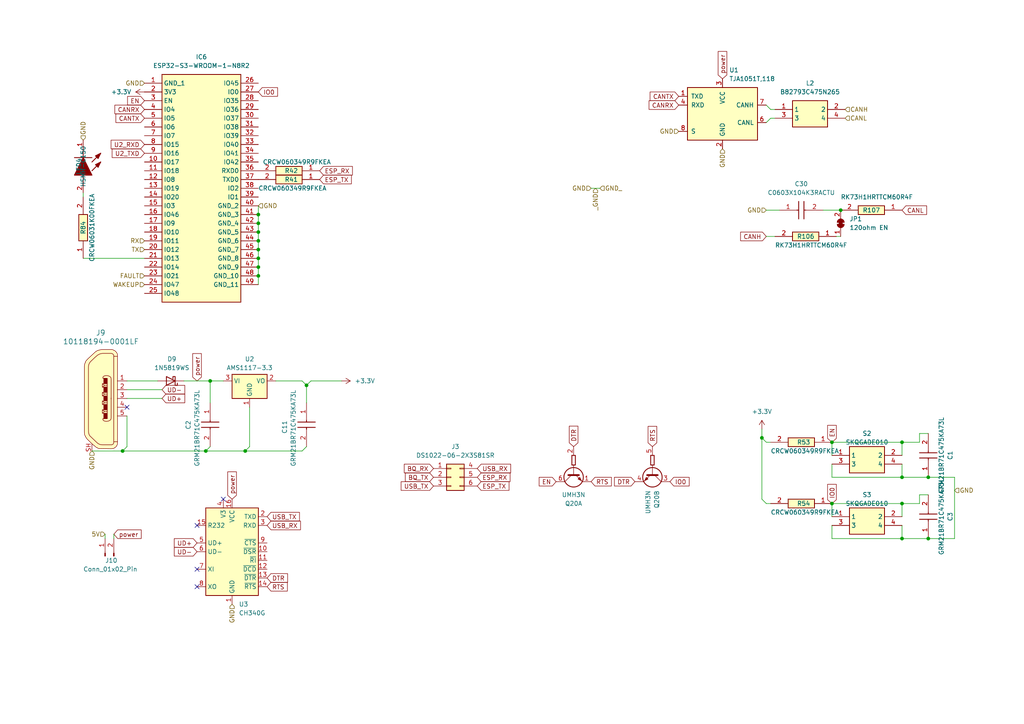
<source format=kicad_sch>
(kicad_sch (version 20230121) (generator eeschema)
  (paper "A4")
  (lib_symbols
    (symbol "Library:10118194-0001LF" (pin_names (offset 1.016))
      (property "Reference" "J" (at -4.445 15.24 0))
      (property "Value" "10118194-0001LF" (at -6.35 -7.62 90))
      (symbol "10118194-0001LF_0_1"
        (polyline (pts (xy 3.7846 12.2428) (xy 3.7846 -12.5476)))
        (polyline (pts (xy 0.4826 -4.2926) (xy 0.4826 -3.2766) (xy 1.8796 -3.2766) (xy 1.8796 -4.2926) (xy 0.4826 -4.2926) (xy 1.1176 -3.7846) (xy 0.4826 -3.2766) (xy 1.8796 -3.2766) (xy 1.8796 -3.7846) (xy 1.1176 -3.7846)))
        (polyline (pts (xy 0.4826 -1.7526) (xy 0.4826 -0.7366) (xy 1.8796 -0.7366) (xy 1.8796 -1.7526) (xy 0.4826 -1.7526) (xy 1.1176 -1.2446) (xy 0.4826 -0.7366) (xy 1.8796 -0.7366) (xy 1.8796 -1.2446) (xy 1.1176 -1.2446)))
        (polyline (pts (xy 0.4826 1.7526) (xy 0.4826 0.7366) (xy 1.8796 0.7366) (xy 1.8796 1.7526) (xy 0.4826 1.7526) (xy 1.1176 1.2446) (xy 0.4826 0.7366) (xy 1.8796 0.7366) (xy 1.8796 1.2446) (xy 1.1176 1.2446)))
        (polyline (pts (xy 0.4826 4.2926) (xy 0.4826 3.2766) (xy 1.8796 3.2766) (xy 1.8796 4.2926) (xy 0.4826 4.2926) (xy 1.1176 3.7846) (xy 0.4826 3.2766) (xy 1.8796 3.2766) (xy 1.8796 3.7846) (xy 1.1176 3.7846)))
        (polyline (pts (xy 1.905 -0.0254) (xy 1.905 5.842) (xy 0.635 5.842) (xy 0.635 6.1468) (xy 0.8128 6.4262) (xy 1.1938 6.5786) (xy 1.651 6.6294) (xy 2.2606 6.5532) (xy 2.7178 6.3246) (xy 2.9464 6.0706) (xy 3.0226 5.6388) (xy 3.0226 4.8006) (xy 3.0226 -0.127)))
        (polyline (pts (xy 1.905 0.0254) (xy 1.905 -5.842) (xy 0.635 -5.842) (xy 0.635 -6.1468) (xy 0.8128 -6.4262) (xy 1.1938 -6.5786) (xy 1.651 -6.6294) (xy 2.2606 -6.5532) (xy 2.7178 -6.3246) (xy 2.9464 -6.0706) (xy 3.0226 -5.6388) (xy 3.0226 -4.8006) (xy 3.0226 0.127)))
        (polyline (pts (xy 4.8514 -12.5476) (xy 3.8354 -12.5476) (xy 3.7846 -12.5476) (xy 3.7846 -12.9032) (xy 3.6068 -13.2334) (xy 3.429 -13.3604) (xy 3.2258 -13.4366) (xy 0.4572 -13.4366) (xy 0.0508 -13.4112) (xy -0.3302 -13.3096) (xy -0.6604 -13.1318) (xy -0.9906 -12.9032) (xy -3.1496 -10.8458) (xy -3.4036 -10.3886) (xy -3.5306 -9.779) (xy -3.556 -8.636) (xy -3.556 9.2202) (xy -3.5306 9.4234) (xy -3.4544 9.8298) (xy -3.302 10.1854) (xy -3.0226 10.6172) (xy -1.7526 11.8364) (xy -0.8636 12.5984) (xy -0.3302 12.8778) (xy 0.0762 13.0048) (xy 0.6096 13.081) (xy 3.0734 13.081) (xy 3.3274 13.0048) (xy 3.5814 12.8524) (xy 3.7846 12.5222) (xy 3.7846 12.2174) (xy 4.8514 12.2174)))
        (polyline (pts (xy 4.8514 -11.4808) (xy 4.8514 -12.8016) (xy 4.7752 -13.4366) (xy 4.572 -13.8684) (xy 4.0386 -14.3256) (xy 3.5814 -14.5288) (xy 3.0988 -14.605) (xy -0.2794 -14.5542) (xy -0.7112 -14.4526) (xy -1.2446 -14.1986) (xy -2.2098 -13.4366) (xy -3.556 -12.1412) (xy -4.0132 -11.6586) (xy -4.3688 -11.1506) (xy -4.6228 -10.5918) (xy -4.7498 -9.7536) (xy -4.7498 9.3726) (xy -4.5974 10.0838) (xy -4.4704 10.4648) (xy -4.2164 10.9728) (xy -3.6068 11.6078) (xy -1.4478 13.589) (xy -0.9652 13.8684) (xy -0.5588 14.0208) (xy 0.0762 14.1224) (xy 0.5588 14.1732) (xy 3.2766 14.1732) (xy 3.7592 14.0208) (xy 4.2164 13.7414) (xy 4.445 13.5128) (xy 4.699 13.1572) (xy 4.826 12.8524) (xy 4.8514 12.446) (xy 4.8514 -11.5062)) (fill (type background)))
        (rectangle (start 0.889 -4.318) (end 1.905 -5.842) (fill (type outline)))
        (rectangle (start 0.889 -3.302) (end 1.905 -1.778) (fill (type outline)))
        (rectangle (start 0.889 -0.635) (end 1.905 0.381) (fill (type outline)))
        (rectangle (start 0.889 0.635) (end 1.905 -0.381) (fill (type outline)))
        (rectangle (start 0.889 3.302) (end 1.905 1.778) (fill (type outline)))
        (rectangle (start 0.889 4.318) (end 1.905 5.842) (fill (type outline)))
      )
      (symbol "10118194-0001LF_1_1"
        (pin passive line (at 7.62 5.08 180) (length 2.794) (name "~") (number "1"))
        (pin passive line (at 7.62 2.54 180) (length 2.794) (name "~") (number "2"))
        (pin passive line (at 7.62 0 180) (length 2.794) (name "~") (number "3"))
        (pin passive line (at 7.62 -2.54 180) (length 2.794) (name "~") (number "4"))
        (pin passive line (at 7.62 -5.08 180) (length 2.794) (name "~") (number "5"))
        (pin passive line (at -2.54 -15.24 90) (length 2.032) (name "~") (number "SH"))
      )
    )
    (symbol "Library:1N5819WS" (pin_numbers hide) (pin_names (offset 1.016) hide)
      (property "Reference" "D" (at 0 2.54 0))
      (property "Value" "1N5819WS" (at 0 -2.54 0))
      (symbol "1N5819WS_0_1"
        (polyline (pts (xy 1.27 0) (xy -1.27 0)))
        (polyline (pts (xy 1.27 1.27) (xy 1.27 -1.27) (xy -1.27 0) (xy 1.27 1.27)) (stroke (width 0.254)))
        (polyline (pts (xy -1.905 0.635) (xy -1.905 1.27) (xy -1.27 1.27) (xy -1.27 -1.27) (xy -0.635 -1.27) (xy -0.635 -0.635)) (stroke (width 0.254)))
      )
      (symbol "1N5819WS_1_1"
        (pin passive line (at -3.81 0 0) (length 2.54) (name "K") (number "1"))
        (pin passive line (at 3.81 0 180) (length 2.54) (name "A") (number "2"))
      )
    )
    (symbol "Library:AMS1117-3.3"
      (property "Reference" "U" (at -3.81 3.175 0))
      (property "Value" "AMS1117-3.3" (at 0 3.175 0))
      (symbol "AMS1117-3.3_0_1"
        (rectangle (start -5.08 -5.08) (end 5.08 1.905) (stroke (width 0.254)) (fill (type background)))
      )
      (symbol "AMS1117-3.3_1_1"
        (pin power_in line (at 0 -7.62 90) (length 2.54) (name "GND") (number "1"))
        (pin power_out line (at 7.62 0 180) (length 2.54) (name "VO") (number "2"))
        (pin power_in line (at -7.62 0 0) (length 2.54) (name "VI") (number "3"))
      )
    )
    (symbol "Library:B82793C475N265"
      (property "Reference" "L" (at 16.51 7.62 0))
      (property "Value" "B82793C475N265" (at 16.51 5.08 0))
      (symbol "B82793C475N265_1_1"
        (rectangle (start 5.08 2.54) (end 15.24 -5.08) (stroke (width 0.254)) (fill (type background)))
        (pin passive line (at 0 0 0) (length 5.08) (name "1") (number "1"))
        (pin passive line (at 20.32 0 180) (length 5.08) (name "2") (number "2"))
        (pin passive line (at 0 -2.54 0) (length 5.08) (name "3") (number "3"))
        (pin passive line (at 20.32 -2.54 180) (length 5.08) (name "4") (number "4"))
      )
    )
    (symbol "Library:C0603X104K3RACTU" (pin_names hide)
      (property "Reference" "C" (at 8.89 6.35 0))
      (property "Value" "C0603X104K3RACTU" (at 8.89 3.81 0))
      (symbol "C0603X104K3RACTU_1_1"
        (polyline (pts (xy 5.08 0) (xy 5.588 0)) (stroke (width 0.254)))
        (polyline (pts (xy 5.588 2.54) (xy 5.588 -2.54)) (stroke (width 0.254)))
        (polyline (pts (xy 7.112 0) (xy 7.62 0)) (stroke (width 0.254)))
        (polyline (pts (xy 7.112 2.54) (xy 7.112 -2.54)) (stroke (width 0.254)))
        (pin passive line (at 0 0 0) (length 5.08) (name "1") (number "1"))
        (pin passive line (at 12.7 0 180) (length 5.08) (name "2") (number "2"))
      )
    )
    (symbol "Library:CH340G"
      (property "Reference" "U" (at -5.08 13.97 0))
      (property "Value" "CH340G" (at 1.27 13.97 0))
      (symbol "CH340G_0_1"
        (rectangle (start -7.62 12.7) (end 7.62 -12.7) (stroke (width 0.254)) (fill (type background)))
      )
      (symbol "CH340G_1_1"
        (pin power_in line (at 0 -15.24 90) (length 2.54) (name "GND") (number "1"))
        (pin input line (at 10.16 0 180) (length 2.54) (name "~{DSR}") (number "10"))
        (pin input line (at 10.16 -2.54 180) (length 2.54) (name "~{RI}") (number "11"))
        (pin input line (at 10.16 -5.08 180) (length 2.54) (name "~{DCD}") (number "12"))
        (pin output line (at 10.16 -7.62 180) (length 2.54) (name "~{DTR}") (number "13"))
        (pin output line (at 10.16 -10.16 180) (length 2.54) (name "~{RTS}") (number "14"))
        (pin input line (at -10.16 7.62 0) (length 2.54) (name "R232") (number "15"))
        (pin power_in line (at 0 15.24 270) (length 2.54) (name "VCC") (number "16"))
        (pin output line (at 10.16 10.16 180) (length 2.54) (name "TXD") (number "2"))
        (pin input line (at 10.16 7.62 180) (length 2.54) (name "RXD") (number "3"))
        (pin passive line (at -2.54 15.24 270) (length 2.54) (name "V3") (number "4"))
        (pin bidirectional line (at -10.16 2.54 0) (length 2.54) (name "UD+") (number "5"))
        (pin bidirectional line (at -10.16 0 0) (length 2.54) (name "UD-") (number "6"))
        (pin input line (at -10.16 -5.08 0) (length 2.54) (name "XI") (number "7"))
        (pin output line (at -10.16 -10.16 0) (length 2.54) (name "XO") (number "8"))
        (pin input line (at 10.16 2.54 180) (length 2.54) (name "~{CTS}") (number "9"))
      )
    )
    (symbol "Library:CRCW06031K00FKEA" (pin_names hide)
      (property "Reference" "R" (at 13.97 6.35 0))
      (property "Value" "CRCW06031K00FKEA" (at 13.97 3.81 0))
      (symbol "CRCW06031K00FKEA_1_1"
        (rectangle (start 5.08 1.27) (end 12.7 -1.27) (stroke (width 0.254)) (fill (type background)))
        (pin passive line (at 0 0 0) (length 5.08) (name "1") (number "1"))
        (pin passive line (at 17.78 0 180) (length 5.08) (name "2") (number "2"))
      )
    )
    (symbol "Library:CRCW060349R9FKEA" (pin_names hide)
      (property "Reference" "R" (at 13.97 6.35 0))
      (property "Value" "CRCW060349R9FKEA" (at 13.97 3.81 0))
      (symbol "CRCW060349R9FKEA_1_1"
        (rectangle (start 5.08 1.27) (end 12.7 -1.27) (stroke (width 0.254)) (fill (type background)))
        (pin passive line (at 0 0 0) (length 5.08) (name "1") (number "1"))
        (pin passive line (at 17.78 0 180) (length 5.08) (name "2") (number "2"))
      )
    )
    (symbol "Library:Conn_01x02_Pin" (pin_names (offset 1.016) hide)
      (property "Reference" "J" (at 0 2.54 0))
      (property "Value" "Conn_01x02_Pin" (at 0 -5.08 0))
      (symbol "Conn_01x02_Pin_1_1"
        (polyline (pts (xy 1.27 -2.54) (xy 0.8636 -2.54)) (stroke (width 0.1524)))
        (polyline (pts (xy 1.27 0) (xy 0.8636 0)) (stroke (width 0.1524)))
        (rectangle (start 0.8636 -2.413) (end 0 -2.667) (stroke (width 0.1524)) (fill (type outline)))
        (rectangle (start 0.8636 0.127) (end 0 -0.127) (stroke (width 0.1524)) (fill (type outline)))
        (pin passive line (at 5.08 0 180) (length 3.81) (name "Pin_1") (number "1"))
        (pin passive line (at 5.08 -2.54 180) (length 3.81) (name "Pin_2") (number "2"))
      )
    )
    (symbol "Library:Conn_02x03_Top_Bottom" (pin_names (offset 1.016) hide)
      (property "Reference" "J" (at 1.27 5.08 0))
      (property "Value" "Conn_02x03_Top_Bottom" (at 1.27 -5.08 0))
      (symbol "Conn_02x03_Top_Bottom_1_1"
        (rectangle (start -1.27 -2.413) (end 0 -2.667) (stroke (width 0.1524)))
        (rectangle (start -1.27 0.127) (end 0 -0.127) (stroke (width 0.1524)))
        (rectangle (start -1.27 2.667) (end 0 2.413) (stroke (width 0.1524)))
        (rectangle (start -1.27 3.81) (end 3.81 -3.81) (stroke (width 0.254)) (fill (type background)))
        (rectangle (start 3.81 -2.413) (end 2.54 -2.667) (stroke (width 0.1524)))
        (rectangle (start 3.81 0.127) (end 2.54 -0.127) (stroke (width 0.1524)))
        (rectangle (start 3.81 2.667) (end 2.54 2.413) (stroke (width 0.1524)))
        (pin passive line (at -5.08 2.54 0) (length 3.81) (name "Pin_1") (number "1"))
        (pin passive line (at -5.08 0 0) (length 3.81) (name "Pin_2") (number "2"))
        (pin passive line (at -5.08 -2.54 0) (length 3.81) (name "Pin_3") (number "3"))
        (pin passive line (at 7.62 2.54 180) (length 3.81) (name "Pin_4") (number "4"))
        (pin passive line (at 7.62 0 180) (length 3.81) (name "Pin_5") (number "5"))
        (pin passive line (at 7.62 -2.54 180) (length 3.81) (name "Pin_6") (number "6"))
      )
    )
    (symbol "Library:ESP32-S3-WROOM-1-N8R2"
      (property "Reference" "IC" (at 29.21 7.62 0))
      (property "Value" "ESP32-S3-WROOM-1-N8R2" (at 29.21 5.08 0))
      (symbol "ESP32-S3-WROOM-1-N8R2_1_1"
        (rectangle (start 5.08 2.54) (end 27.94 -63.5) (stroke (width 0.254)) (fill (type background)))
        (pin passive line (at 0 0 0) (length 5.08) (name "GND_1") (number "1"))
        (pin passive line (at 0 -22.86 0) (length 5.08) (name "IO17") (number "10"))
        (pin passive line (at 0 -25.4 0) (length 5.08) (name "IO18") (number "11"))
        (pin passive line (at 0 -27.94 0) (length 5.08) (name "IO8") (number "12"))
        (pin passive line (at 0 -30.48 0) (length 5.08) (name "IO19") (number "13"))
        (pin passive line (at 0 -33.02 0) (length 5.08) (name "IO20") (number "14"))
        (pin passive line (at 0 -35.56 0) (length 5.08) (name "IO3") (number "15"))
        (pin passive line (at 0 -38.1 0) (length 5.08) (name "IO46") (number "16"))
        (pin passive line (at 0 -40.64 0) (length 5.08) (name "IO9") (number "17"))
        (pin passive line (at 0 -43.18 0) (length 5.08) (name "IO10") (number "18"))
        (pin passive line (at 0 -45.72 0) (length 5.08) (name "IO11") (number "19"))
        (pin passive line (at 0 -2.54 0) (length 5.08) (name "3V3") (number "2"))
        (pin passive line (at 0 -48.26 0) (length 5.08) (name "IO12") (number "20"))
        (pin passive line (at 0 -50.8 0) (length 5.08) (name "IO13") (number "21"))
        (pin passive line (at 0 -53.34 0) (length 5.08) (name "IO14") (number "22"))
        (pin passive line (at 0 -55.88 0) (length 5.08) (name "IO21") (number "23"))
        (pin passive line (at 0 -58.42 0) (length 5.08) (name "IO47") (number "24"))
        (pin passive line (at 0 -60.96 0) (length 5.08) (name "IO48") (number "25"))
        (pin passive line (at 33.02 0 180) (length 5.08) (name "IO45") (number "26"))
        (pin passive line (at 33.02 -2.54 180) (length 5.08) (name "IO0") (number "27"))
        (pin passive line (at 33.02 -5.08 180) (length 5.08) (name "IO35") (number "28"))
        (pin passive line (at 33.02 -7.62 180) (length 5.08) (name "IO36") (number "29"))
        (pin passive line (at 0 -5.08 0) (length 5.08) (name "EN") (number "3"))
        (pin passive line (at 33.02 -10.16 180) (length 5.08) (name "IO37") (number "30"))
        (pin passive line (at 33.02 -12.7 180) (length 5.08) (name "IO38") (number "31"))
        (pin passive line (at 33.02 -15.24 180) (length 5.08) (name "IO39") (number "32"))
        (pin passive line (at 33.02 -17.78 180) (length 5.08) (name "IO40") (number "33"))
        (pin passive line (at 33.02 -20.32 180) (length 5.08) (name "IO41") (number "34"))
        (pin passive line (at 33.02 -22.86 180) (length 5.08) (name "IO42") (number "35"))
        (pin passive line (at 33.02 -25.4 180) (length 5.08) (name "RXD0") (number "36"))
        (pin passive line (at 33.02 -27.94 180) (length 5.08) (name "TXD0") (number "37"))
        (pin passive line (at 33.02 -30.48 180) (length 5.08) (name "IO2") (number "38"))
        (pin passive line (at 33.02 -33.02 180) (length 5.08) (name "IO1") (number "39"))
        (pin passive line (at 0 -7.62 0) (length 5.08) (name "IO4") (number "4"))
        (pin passive line (at 33.02 -35.56 180) (length 5.08) (name "GND_2") (number "40"))
        (pin passive line (at 33.02 -38.1 180) (length 5.08) (name "GND_3") (number "41"))
        (pin passive line (at 33.02 -40.64 180) (length 5.08) (name "GND_4") (number "42"))
        (pin passive line (at 33.02 -43.18 180) (length 5.08) (name "GND_5") (number "43"))
        (pin passive line (at 33.02 -45.72 180) (length 5.08) (name "GND_6") (number "44"))
        (pin passive line (at 33.02 -48.26 180) (length 5.08) (name "GND_7") (number "45"))
        (pin passive line (at 33.02 -50.8 180) (length 5.08) (name "GND_8") (number "46"))
        (pin passive line (at 33.02 -53.34 180) (length 5.08) (name "GND_9") (number "47"))
        (pin passive line (at 33.02 -55.88 180) (length 5.08) (name "GND_10") (number "48"))
        (pin passive line (at 33.02 -58.42 180) (length 5.08) (name "GND_11") (number "49"))
        (pin passive line (at 0 -10.16 0) (length 5.08) (name "IO5") (number "5"))
        (pin passive line (at 0 -12.7 0) (length 5.08) (name "IO6") (number "6"))
        (pin passive line (at 0 -15.24 0) (length 5.08) (name "IO7") (number "7"))
        (pin passive line (at 0 -17.78 0) (length 5.08) (name "IO15") (number "8"))
        (pin passive line (at 0 -20.32 0) (length 5.08) (name "IO16") (number "9"))
      )
    )
    (symbol "Library:GRM21BR71C475KA73L" (pin_names hide)
      (property "Reference" "C" (at 8.89 6.35 0))
      (property "Value" "GRM21BR71C475KA73L" (at 8.89 3.81 0))
      (symbol "GRM21BR71C475KA73L_1_1"
        (polyline (pts (xy 5.08 0) (xy 5.588 0)) (stroke (width 0.254)))
        (polyline (pts (xy 5.588 2.54) (xy 5.588 -2.54)) (stroke (width 0.254)))
        (polyline (pts (xy 7.112 0) (xy 7.62 0)) (stroke (width 0.254)))
        (polyline (pts (xy 7.112 2.54) (xy 7.112 -2.54)) (stroke (width 0.254)))
        (pin passive line (at 0 0 0) (length 5.08) (name "1") (number "1"))
        (pin passive line (at 12.7 0 180) (length 5.08) (name "2") (number "2"))
      )
    )
    (symbol "Library:HSMH-C150" (pin_names hide)
      (property "Reference" "LED" (at 12.7 8.89 0))
      (property "Value" "HSMH-C150" (at 12.7 6.35 0))
      (symbol "HSMH-C150_1_1"
        (polyline (pts (xy 2.54 0) (xy 5.08 0)) (stroke (width 0.254)))
        (polyline (pts (xy 5.08 2.54) (xy 5.08 -2.54)) (stroke (width 0.254)))
        (polyline (pts (xy 6.35 2.54) (xy 3.81 5.08)) (stroke (width 0.254)))
        (polyline (pts (xy 8.89 2.54) (xy 6.35 5.08)) (stroke (width 0.254)))
        (polyline (pts (xy 10.16 0) (xy 12.7 0)) (stroke (width 0.254)))
        (polyline (pts (xy 5.08 0) (xy 10.16 2.54) (xy 10.16 -2.54) (xy 5.08 0)) (stroke (width 0.254)) (fill (type outline)))
        (polyline (pts (xy 5.334 4.318) (xy 4.572 3.556) (xy 3.81 5.08) (xy 5.334 4.318)) (stroke (width 0.254)) (fill (type outline)))
        (polyline (pts (xy 7.874 4.318) (xy 7.112 3.556) (xy 6.35 5.08) (xy 7.874 4.318)) (stroke (width 0.254)) (fill (type outline)))
        (pin passive line (at 0 0 0) (length 2.54) (name "K") (number "1"))
        (pin passive line (at 15.24 0 180) (length 2.54) (name "A") (number "2"))
      )
    )
    (symbol "Library:SKQGADE010"
      (property "Reference" "S" (at 16.51 7.62 0))
      (property "Value" "SKQGADE010" (at 16.51 5.08 0))
      (symbol "SKQGADE010_1_1"
        (rectangle (start 5.08 2.54) (end 15.24 -5.08) (stroke (width 0.254)) (fill (type background)))
        (pin passive line (at 0 0 0) (length 5.08) (name "1") (number "1"))
        (pin passive line (at 20.32 0 180) (length 5.08) (name "2") (number "2"))
        (pin passive line (at 0 -2.54 0) (length 5.08) (name "3") (number "3"))
        (pin passive line (at 20.32 -2.54 180) (length 5.08) (name "4") (number "4"))
      )
    )
    (symbol "Library:SolderJumper_2_Bridged" (pin_names (offset 0) hide)
      (property "Reference" "JP" (at 0 2.032 0))
      (property "Value" "SolderJumper_2_Bridged" (at 0 -2.54 0))
      (symbol "SolderJumper_2_Bridged_0_1"
        (rectangle (start -0.508 0.508) (end 0.508 -0.508) (fill (type outline)))
        (arc (start -0.254 1.016) (mid -1.2656 0) (end -0.254 -1.016))
        (arc (start -0.254 1.016) (mid -1.2656 0) (end -0.254 -1.016) (fill (type outline)))
        (polyline (pts (xy -0.254 1.016) (xy -0.254 -1.016)))
        (polyline (pts (xy 0.254 1.016) (xy 0.254 -1.016)))
        (arc (start 0.254 -1.016) (mid 1.2656 0) (end 0.254 1.016))
        (arc (start 0.254 -1.016) (mid 1.2656 0) (end 0.254 1.016) (fill (type outline)))
      )
      (symbol "SolderJumper_2_Bridged_1_1"
        (pin passive line (at -3.81 0 0) (length 2.54) (name "A") (number "1"))
        (pin passive line (at 3.81 0 180) (length 2.54) (name "B") (number "2"))
      )
    )
    (symbol "Library:TJA1051T" (pin_names (offset 1.016))
      (property "Reference" "U" (at -10.16 8.89 0))
      (property "Value" "TJA1051T" (at 1.27 8.89 0))
      (symbol "TJA1051T_0_1"
        (rectangle (start -10.16 7.62) (end 10.16 -7.62) (stroke (width 0.254)) (fill (type background)))
      )
      (symbol "TJA1051T_1_1"
        (pin input line (at -12.7 5.08 0) (length 2.54) (name "TXD") (number "1"))
        (pin power_in line (at 0 -10.16 90) (length 2.54) (name "GND") (number "2"))
        (pin power_in line (at 0 10.16 270) (length 2.54) (name "VCC") (number "3"))
        (pin output line (at -12.7 2.54 0) (length 2.54) (name "RXD") (number "4"))
        (pin no_connect line (at -10.16 -2.54 0) (length 2.54) hide (name "NC") (number "5"))
        (pin bidirectional line (at 12.7 -2.54 180) (length 2.54) (name "CANL") (number "6"))
        (pin bidirectional line (at 12.7 2.54 180) (length 2.54) (name "CANH") (number "7"))
        (pin input line (at -12.7 -5.08 0) (length 2.54) (name "S") (number "8"))
      )
    )
    (symbol "Library:UMH3N" (pin_names hide)
      (property "Reference" "Q" (at 7.62 1.27 0))
      (property "Value" "UMH3N" (at 7.62 -1.27 0))
      (symbol "UMH3N_0_1"
        (polyline (pts (xy 3.175 0) (xy 0.254 0)))
        (polyline (pts (xy 3.175 0.635) (xy 5.08 2.54)))
        (polyline (pts (xy 3.175 1.524) (xy 3.175 -1.524)) (stroke (width 0.508)))
        (polyline (pts (xy 3.175 -0.635) (xy 5.08 -2.54) (xy 5.08 -2.54)))
        (polyline (pts (xy 3.81 -1.778) (xy 4.318 -1.27) (xy 4.826 -2.286) (xy 3.81 -1.778) (xy 3.81 -1.778)) (fill (type outline)))
        (rectangle (start 0.254 0.508) (end -2.54 -0.508) (stroke (width 0.254)))
        (circle (center 3.81 0) (radius 2.8194) (stroke (width 0.254)))
      )
      (symbol "UMH3N_1_1"
        (pin passive line (at 5.08 -5.08 90) (length 2.54) (name "E1") (number "1"))
        (pin input line (at -5.08 0 0) (length 2.54) (name "B1") (number "2"))
        (pin passive line (at 5.08 5.08 270) (length 2.54) (name "C1") (number "6"))
      )
      (symbol "UMH3N_2_1"
        (pin passive line (at 5.08 5.08 270) (length 2.54) (name "C2") (number "3"))
        (pin passive line (at 5.08 -5.08 90) (length 2.54) (name "E2") (number "4"))
        (pin input line (at -5.08 0 0) (length 2.54) (name "B2") (number "5"))
      )
    )
    (symbol "power:+3.3V" (power) (pin_names (offset 0))
      (property "Value" "+3.3V" (at 0 3.556 0))
      (symbol "+3.3V_0_1"
        (polyline (pts (xy -0.762 1.27) (xy 0 2.54)))
        (polyline (pts (xy 0 0) (xy 0 2.54)))
        (polyline (pts (xy 0 2.54) (xy 0.762 1.27)))
      )
      (symbol "+3.3V_1_1"
        (pin power_in line (at 0 0 90) (length 0) hide (name "+3.3V") (number "1"))
      )
    )
  )
  (junction (at 241.3 146.05))
  (junction (at 243.84 60.96))
  (junction (at 261.62 138.43))
  (junction (at 261.62 146.05))
  (junction (at 74.93 69.85))
  (junction (at 35.56 130.81))
  (junction (at 269.24 156.21))
  (junction (at 60.96 110.49))
  (junction (at 74.93 62.23))
  (junction (at 261.62 128.27))
  (junction (at 74.93 64.77))
  (junction (at 74.93 67.31))
  (junction (at 74.93 80.01))
  (junction (at 74.93 74.93))
  (junction (at 88.9 111.76))
  (junction (at 74.93 72.39))
  (junction (at 59.69 130.81))
  (junction (at 71.12 130.81))
  (junction (at 241.3 128.27))
  (junction (at 269.24 138.43))
  (junction (at 261.62 156.21))
  (junction (at 220.98 127))
  (junction (at 74.93 77.47))
  (no_connect (at 57.15 152.4))
  (no_connect (at 57.15 170.18))
  (no_connect (at 64.77 144.78))
  (no_connect (at 57.15 165.1))
  (no_connect (at 36.83 118.11))
  (wire (pts (xy 261.62 146.05) (xy 266.7 146.05)))
  (wire (pts (xy 74.93 69.85) (xy 74.93 72.39)))
  (wire (pts (xy 222.25 146.05) (xy 223.52 146.05)))
  (wire (pts (xy 88.9 129.54) (xy 87.63 130.81)))
  (wire (pts (xy 266.7 143.51) (xy 266.7 146.05)))
  (wire (pts (xy 60.96 110.49) (xy 64.77 110.49)))
  (wire (pts (xy 74.93 62.23) (xy 74.93 64.77)))
  (wire (pts (xy 261.62 138.43) (xy 269.24 138.43)))
  (wire (pts (xy 223.52 34.29) (xy 224.79 34.29)))
  (wire (pts (xy 266.7 125.73) (xy 266.7 128.27)))
  (wire (pts (xy 266.7 143.51) (xy 269.24 143.51)))
  (wire (pts (xy 223.52 34.29) (xy 222.25 35.56)))
  (wire (pts (xy 36.83 120.65) (xy 36.83 129.54)))
  (wire (pts (xy 36.83 110.49) (xy 45.72 110.49)))
  (wire (pts (xy 261.62 128.27) (xy 266.7 128.27)))
  (wire (pts (xy 71.12 130.81) (xy 87.63 130.81)))
  (wire (pts (xy 90.17 110.49) (xy 99.06 110.49)))
  (wire (pts (xy 241.3 156.21) (xy 261.62 156.21)))
  (wire (pts (xy 222.25 30.48) (xy 223.52 31.75)))
  (wire (pts (xy 36.83 113.03) (xy 46.99 113.03)))
  (wire (pts (xy 74.93 59.69) (xy 74.93 62.23)))
  (wire (pts (xy 53.34 110.49) (xy 60.96 110.49)))
  (wire (pts (xy 238.76 60.96) (xy 243.84 60.96)))
  (wire (pts (xy 266.7 125.73) (xy 269.24 125.73)))
  (wire (pts (xy 261.62 146.05) (xy 261.62 149.86)))
  (wire (pts (xy 72.39 129.54) (xy 71.12 130.81)))
  (wire (pts (xy 241.3 128.27) (xy 241.3 132.08)))
  (wire (pts (xy 24.13 57.15) (xy 24.13 55.88)))
  (wire (pts (xy 59.69 130.81) (xy 60.96 129.54)))
  (wire (pts (xy 242.57 68.58) (xy 243.84 68.58)))
  (wire (pts (xy 220.98 124.46) (xy 220.98 127)))
  (wire (pts (xy 261.62 128.27) (xy 261.62 132.08)))
  (wire (pts (xy 35.56 130.81) (xy 59.69 130.81)))
  (wire (pts (xy 74.93 77.47) (xy 74.93 80.01)))
  (wire (pts (xy 241.3 138.43) (xy 261.62 138.43)))
  (wire (pts (xy 222.25 128.27) (xy 223.52 128.27)))
  (wire (pts (xy 276.86 138.43) (xy 276.86 156.21)))
  (wire (pts (xy 241.3 128.27) (xy 261.62 128.27)))
  (wire (pts (xy 74.93 64.77) (xy 74.93 67.31)))
  (wire (pts (xy 222.25 60.96) (xy 226.06 60.96)))
  (wire (pts (xy 220.98 127) (xy 220.98 144.78)))
  (wire (pts (xy 72.39 118.11) (xy 72.39 129.54)))
  (wire (pts (xy 74.93 67.31) (xy 74.93 69.85)))
  (wire (pts (xy 241.3 134.62) (xy 241.3 138.43)))
  (wire (pts (xy 30.48 154.94) (xy 30.48 156.21)))
  (wire (pts (xy 241.3 152.4) (xy 241.3 156.21)))
  (wire (pts (xy 222.25 68.58) (xy 224.79 68.58)))
  (wire (pts (xy 36.83 129.54) (xy 35.56 130.81)))
  (wire (pts (xy 88.9 111.76) (xy 90.17 110.49)))
  (wire (pts (xy 173.99 54.61) (xy 171.45 54.61)))
  (wire (pts (xy 223.52 31.75) (xy 224.79 31.75)))
  (wire (pts (xy 26.67 130.81) (xy 35.56 130.81)))
  (wire (pts (xy 269.24 156.21) (xy 276.86 156.21)))
  (wire (pts (xy 220.98 127) (xy 222.25 128.27)))
  (wire (pts (xy 241.3 146.05) (xy 261.62 146.05)))
  (wire (pts (xy 74.93 80.01) (xy 74.93 82.55)))
  (wire (pts (xy 74.93 72.39) (xy 74.93 74.93)))
  (wire (pts (xy 269.24 138.43) (xy 276.86 138.43)))
  (wire (pts (xy 241.3 146.05) (xy 241.3 149.86)))
  (wire (pts (xy 24.13 74.93) (xy 41.91 74.93)))
  (wire (pts (xy 80.01 110.49) (xy 87.63 110.49)))
  (wire (pts (xy 36.83 115.57) (xy 46.99 115.57)))
  (wire (pts (xy 220.98 144.78) (xy 222.25 146.05)))
  (wire (pts (xy 33.02 154.94) (xy 33.02 156.21)))
  (wire (pts (xy 261.62 156.21) (xy 269.24 156.21)))
  (wire (pts (xy 88.9 111.76) (xy 88.9 116.84)))
  (wire (pts (xy 59.69 130.81) (xy 71.12 130.81)))
  (wire (pts (xy 261.62 134.62) (xy 261.62 138.43)))
  (wire (pts (xy 87.63 110.49) (xy 88.9 111.76)))
  (wire (pts (xy 74.93 74.93) (xy 74.93 77.47)))
  (wire (pts (xy 60.96 110.49) (xy 60.96 116.84)))
  (wire (pts (xy 261.62 152.4) (xy 261.62 156.21)))
  (global_label "EN" (shape input) (at 41.91 29.21 180) (property "Intersheetrefs" "${INTERSHEET_REFS}" (effects hide)))
  (global_label "U2_TXD" (shape input) (at 41.91 44.45 180) (property "Intersheetrefs" "${INTERSHEET_REFS}" (effects hide)))
  (global_label "U2_RXD" (shape input) (at 41.91 41.91 180) (property "Intersheetrefs" "${INTERSHEET_REFS}" (effects hide)))
  (global_label "BQ_TX" (shape input) (at 125.73 138.43 180) (property "Intersheetrefs" "${INTERSHEET_REFS}" (effects hide)))
  (global_label "EN" (shape input) (at 161.29 139.7 180) (property "Intersheetrefs" "${INTERSHEET_REFS}" (effects hide)))
  (global_label "ESP_RX" (shape input) (at 138.43 138.43 0) (property "Intersheetrefs" "${INTERSHEET_REFS}" (effects hide)))
  (global_label "UD+" (shape input) (at 46.99 115.57 0) (property "Intersheetrefs" "${INTERSHEET_REFS}" (effects hide)))
  (global_label "CANH" (shape input) (at 222.25 68.58 180) (property "Intersheetrefs" "${INTERSHEET_REFS}" (effects hide)))
  (global_label "UD+" (shape input) (at 57.15 157.48 180) (property "Intersheetrefs" "${INTERSHEET_REFS}" (effects hide)))
  (global_label "power" (shape input) (at 209.55 22.86 90) (property "Intersheetrefs" "${INTERSHEET_REFS}" (effects hide)))
  (global_label "RTS" (shape input) (at 77.47 170.18 0) (property "Intersheetrefs" "${INTERSHEET_REFS}" (effects hide)))
  (global_label "power" (shape input) (at 67.31 144.78 90) (property "Intersheetrefs" "${INTERSHEET_REFS}" (effects hide)))
  (global_label "RTS" (shape input) (at 189.23 129.54 90) (property "Intersheetrefs" "${INTERSHEET_REFS}" (effects hide)))
  (global_label "ESP_TX" (shape input) (at 92.71 52.07 0) (property "Intersheetrefs" "${INTERSHEET_REFS}" (effects hide)))
  (global_label "DTR" (shape input) (at 184.15 139.7 180) (property "Intersheetrefs" "${INTERSHEET_REFS}" (effects hide)))
  (global_label "CANL" (shape input) (at 261.62 60.96 0) (property "Intersheetrefs" "${INTERSHEET_REFS}" (effects hide)))
  (global_label "USB_TX" (shape input) (at 77.47 149.86 0) (property "Intersheetrefs" "${INTERSHEET_REFS}" (effects hide)))
  (global_label "USB_TX" (shape input) (at 125.73 140.97 180) (property "Intersheetrefs" "${INTERSHEET_REFS}" (effects hide)))
  (global_label "DTR" (shape input) (at 166.37 129.54 90) (property "Intersheetrefs" "${INTERSHEET_REFS}" (effects hide)))
  (global_label "IO0" (shape input) (at 241.3 146.05 90) (property "Intersheetrefs" "${INTERSHEET_REFS}" (effects hide)))
  (global_label "CANRX" (shape input) (at 41.91 31.75 180) (property "Intersheetrefs" "${INTERSHEET_REFS}" (effects hide)))
  (global_label "CANTX" (shape input) (at 41.91 34.29 180) (property "Intersheetrefs" "${INTERSHEET_REFS}" (effects hide)))
  (global_label "CANTX" (shape input) (at 196.85 27.94 180) (property "Intersheetrefs" "${INTERSHEET_REFS}" (effects hide)))
  (global_label "EN" (shape input) (at 241.3 128.27 90) (property "Intersheetrefs" "${INTERSHEET_REFS}" (effects hide)))
  (global_label "UD-" (shape input) (at 46.99 113.03 0) (property "Intersheetrefs" "${INTERSHEET_REFS}" (effects hide)))
  (global_label "USB_RX" (shape input) (at 77.47 152.4 0) (property "Intersheetrefs" "${INTERSHEET_REFS}" (effects hide)))
  (global_label "USB_RX" (shape input) (at 138.43 135.89 0) (property "Intersheetrefs" "${INTERSHEET_REFS}" (effects hide)))
  (global_label "UD-" (shape input) (at 57.15 160.02 180) (property "Intersheetrefs" "${INTERSHEET_REFS}" (effects hide)))
  (global_label "ESP_TX" (shape input) (at 138.43 140.97 0) (property "Intersheetrefs" "${INTERSHEET_REFS}" (effects hide)))
  (global_label "power" (shape input) (at 33.02 154.94 0) (property "Intersheetrefs" "${INTERSHEET_REFS}" (effects hide)))
  (global_label "ESP_RX" (shape input) (at 92.71 49.53 0) (property "Intersheetrefs" "${INTERSHEET_REFS}" (effects hide)))
  (global_label "power" (shape input) (at 57.15 110.49 90) (property "Intersheetrefs" "${INTERSHEET_REFS}" (effects hide)))
  (global_label "RTS" (shape input) (at 171.45 139.7 0) (property "Intersheetrefs" "${INTERSHEET_REFS}" (effects hide)))
  (global_label "BQ_RX" (shape input) (at 125.73 135.89 180) (property "Intersheetrefs" "${INTERSHEET_REFS}" (effects hide)))
  (global_label "CANRX" (shape input) (at 196.85 30.48 180) (property "Intersheetrefs" "${INTERSHEET_REFS}" (effects hide)))
  (global_label "IO0" (shape input) (at 74.93 26.67 0) (property "Intersheetrefs" "${INTERSHEET_REFS}" (effects hide)))
  (global_label "IO0" (shape input) (at 194.31 139.7 0) (property "Intersheetrefs" "${INTERSHEET_REFS}" (effects hide)))
  (global_label "DTR" (shape input) (at 77.47 167.64 0) (property "Intersheetrefs" "${INTERSHEET_REFS}" (effects hide)))
  (hierarchical_label "GND" (shape input) (at 74.93 59.69 0))
  (hierarchical_label "GND_" (shape input) (at 173.99 54.61 0))
  (hierarchical_label "CANH" (shape input) (at 245.11 31.75 0))
  (hierarchical_label "TX" (shape input) (at 41.91 72.39 180))
  (hierarchical_label "GND" (shape input) (at 196.85 38.1 180))
  (hierarchical_label "GND" (shape input) (at 222.25 60.96 180))
  (hierarchical_label "GND" (shape input) (at 26.67 130.81 270))
  (hierarchical_label "GND" (shape input) (at 171.45 54.61 180))
  (hierarchical_label "GND" (shape input) (at 209.55 43.18 270))
  (hierarchical_label "WAKEUP" (shape input) (at 41.91 82.55 180))
  (hierarchical_label "_GND" (shape input) (at 172.72 54.61 270))
  (hierarchical_label "FAULT" (shape input) (at 41.91 80.01 180))
  (hierarchical_label "GND" (shape input) (at 67.31 175.26 270))
  (hierarchical_label "5V" (shape input) (at 30.48 154.94 180))
  (hierarchical_label "RX" (shape input) (at 41.91 69.85 180))
  (hierarchical_label "GND" (shape input) (at 24.13 40.64 90))
  (hierarchical_label "GND" (shape input) (at 41.91 24.13 180))
  (hierarchical_label "CANL" (shape input) (at 245.11 34.29 0))
  (hierarchical_label "GND" (shape input) (at 276.86 142.24 0))
  (symbol (lib_id "power:+3.3V") (at 220.98 124.46 0) (unit 1)
    (property "Reference" "#PWR028" (effects hide))
    (property "Value" "+3.3V" (at 220.98 119.38 0))
    (instances (project "pasive_balance_rev4" (path "" (reference "#PWR028") (unit 1)) (path "" (reference "#PWR015") (unit 1))))
  )
  (symbol (lib_id "Library:HSMH-C150") (at 24.13 40.64 270) (unit 1)
    (property "Reference" "LED4" (at 22.86 48.26 0))
    (property "Value" "HSMH-C150" (at 24.13 48.26 0))
    (property "Footprint" "Samacsys:LEDC3216X120N" (effects hide))
    (property "Height" "1.2" (effects hide))
    (property "Mouser Part Number" "630-HSMH-C150" (effects hide))
    (property "Mouser Price/Stock" "https://www.mouser.co.uk/ProductDetail/Broadcom-Avago/HSMH-C150?qs=YDL0qNrpDT7Q6I9PEnOKQA%3D%3D" (effects hide))
    (property "Manufacturer_Name" "Avago Technologies" (effects hide))
    (property "Manufacturer_Part_Number" "HSMH-C150" (effects hide))
  )
  (symbol (lib_id "Library:GRM21BR71C475KA73L") (at 60.96 116.84 270) (unit 1)
    (property "Reference" "C2" (at 54.61 121.92 0) (effects (justify left)))
    (property "Value" "GRM21BR71C475KA73L" (at 57.15 113.03 0) (effects (justify left)))
    (property "Footprint" "Samacsys:CAPC2012X145N" (effects hide))
    (property "Datasheet" "http://www.murata.com/~/media/webrenewal/support/library/catalog/products/capacitor/mlcc/c02e.pdf" (effects hide))
    (property "Height" "1.45" (effects hide))
    (property "Mouser Part Number" "81-GRM21BR71C475KA73" (effects hide))
    (property "Mouser Price/Stock" "https://www.mouser.co.uk/ProductDetail/Murata-Electronics/GRM21BR71C475KA73L?qs=kHCDrmfBqSDNg0vW%2Fm3%2F%252Bw%3D%3D" (effects hide))
    (property "Manufacturer_Name" "Murata Electronics" (effects hide))
    (property "Manufacturer_Part_Number" "GRM21BR71C475KA73L" (effects hide))
    (instances (project "pasive_balance_rev4" (path "" (reference "C2") (unit 1)) (path "" (reference "C1") (unit 1))))
  )
  (symbol (lib_id "Library:1N5819WS") (at 49.53 110.49 180) (unit 1)
    (property "Reference" "D9" (at 49.8475 104.14 0))
    (property "Value" "1N5819WS" (at 49.8475 106.68 0))
    (property "Footprint" "Diode_SMD:D_SOD-323" (effects hide))
    (property "Datasheet" "https://datasheet.lcsc.com/lcsc/2204281430_Guangdong-Hottech-1N5819WS_C191023.pdf" (effects hide))
  )
  (symbol (lib_id "Library:UMH3N") (at 166.37 134.62 90) (mirror x) (unit 1)
    (property "Reference" "Q20" (at 166.37 146.05 90))
    (property "Value" "UMH3N" (at 166.37 143.51 90))
    (property "Footprint" "Package_TO_SOT_SMD:SOT-363_SC-70-6" (effects hide))
    (property "Datasheet" "http://rohmfs.rohm.com/en/products/databook/datasheet/discrete/transistor/digital/emh3t2r-e.pdf" (effects hide))
  )
  (symbol (lib_id "Library:CH340G") (at 67.31 160.02 0) (unit 1)
    (property "Reference" "U3" (at 69.2659 175.26 0) (effects (justify left)))
    (property "Value" "CH340G" (at 69.2659 177.8 0) (effects (justify left)))
    (property "Footprint" "Package_SO:SOIC-16_3.9x9.9mm_P1.27mm" (effects hide))
    (property "Datasheet" "http://www.datasheet5.com/pdf-local-2195953" (effects hide))
    (instances (project "pasive_balance_rev4" (path "" (reference "U3") (unit 1)) (path "" (reference "U1") (unit 1))))
  )
  (symbol (lib_id "Library:CRCW060349R9FKEA") (at 241.3 146.05 180) (unit 1)
    (property "Reference" "R54" (at 231.14 146.05 0) (effects (justify right)))
    (property "Value" "CRCW060349R9FKEA" (at 223.52 148.59 0) (effects (justify right)))
    (property "Footprint" "Samacsys:RESC1608X50N" (effects hide))
    (property "Datasheet" "http://www.vishay.com/docs/20035/dcrcwe3.pdf" (effects hide))
    (property "Height" "0.5" (effects hide))
    (property "Mouser Part Number" "71-CRCW0603-49.9-E3" (effects hide))
    (property "Mouser Price/Stock" "https://www.mouser.co.uk/ProductDetail/Vishay-Dale/CRCW060349R9FKEA?qs=nhbAwpUuLPtWUl7WE6RCew%3D%3D" (effects hide))
    (property "Manufacturer_Name" "Vishay" (effects hide))
    (property "Manufacturer_Part_Number" "CRCW060349R9FKEA" (effects hide))
    (instances (project "pasive_balance_rev4" (path "" (reference "R54") (unit 1)) (path "" (reference "R42") (unit 1))))
  )
  (symbol (lib_id "Library:CRCW060349R9FKEA") (at 261.62 60.96 180) (unit 1)
    (property "Reference" "R107" (at 250.19 60.96 0) (effects (justify right)))
    (property "Value" "RK73H1HRTTCM60R4F" (at 243.84 57.15 0) (effects (justify right)))
    (property "Footprint" "Samacsys:RESC1608X50N" (effects hide))
    (property "Datasheet" "http://www.vishay.com/docs/20035/dcrcwe3.pdf" (effects hide))
    (property "Height" "0.5" (effects hide))
    (property "Mouser Part Number" "71-CRCW0603-49.9-E3" (effects hide))
    (property "Mouser Price/Stock" "https://www.mouser.co.uk/ProductDetail/Vishay-Dale/CRCW060349R9FKEA?qs=nhbAwpUuLPtWUl7WE6RCew%3D%3D" (effects hide))
    (property "Manufacturer_Name" "Vishay" (effects hide))
    (property "Manufacturer_Part_Number" "CRCW060349R9FKEA" (effects hide))
  )
  (symbol (lib_id "Library:GRM21BR71C475KA73L") (at 269.24 138.43 90) (unit 1)
    (property "Reference" "C1" (at 275.59 132.08 0))
    (property "Value" "GRM21BR71C475KA73L" (at 273.05 132.08 0))
    (property "Footprint" "Samacsys:CAPC2012X145N" (effects hide))
    (property "Datasheet" "http://www.murata.com/~/media/webrenewal/support/library/catalog/products/capacitor/mlcc/c02e.pdf" (effects hide))
    (property "Height" "1.45" (effects hide))
    (property "Mouser Part Number" "81-GRM21BR71C475KA73" (effects hide))
    (property "Mouser Price/Stock" "https://www.mouser.co.uk/ProductDetail/Murata-Electronics/GRM21BR71C475KA73L?qs=kHCDrmfBqSDNg0vW%2Fm3%2F%252Bw%3D%3D" (effects hide))
    (property "Manufacturer_Name" "Murata Electronics" (effects hide))
    (property "Manufacturer_Part_Number" "GRM21BR71C475KA73L" (effects hide))
    (instances (project "pasive_balance_rev4" (path "" (reference "C1") (unit 1)) (path "" (reference "C2") (unit 1))))
  )
  (symbol (lib_id "Library:Conn_01x02_Pin") (at 30.48 161.29 90) (unit 1)
    (property "Reference" "J10" (at 30.48 162.56 90) (effects (justify right)))
    (property "Value" "Conn_01x02_Pin" (at 24.13 165.1 90) (effects (justify right)))
    (property "Footprint" "Connector_PinHeader_2.54mm:PinHeader_1x02_P2.54mm_Vertical" (effects hide))
    (instances (project "pasive_balance_rev4" (path "" (reference "J10") (unit 1)) (path "" (reference "J7") (unit 1))))
  )
  (symbol (lib_id "Library:CRCW060349R9FKEA") (at 241.3 128.27 180) (unit 1)
    (property "Reference" "R53" (at 231.14 128.27 0) (effects (justify right)))
    (property "Value" "CRCW060349R9FKEA" (at 223.52 130.81 0) (effects (justify right)))
    (property "Footprint" "Samacsys:RESC1608X50N" (effects hide))
    (property "Datasheet" "http://www.vishay.com/docs/20035/dcrcwe3.pdf" (effects hide))
    (property "Height" "0.5" (effects hide))
    (property "Mouser Part Number" "71-CRCW0603-49.9-E3" (effects hide))
    (property "Mouser Price/Stock" "https://www.mouser.co.uk/ProductDetail/Vishay-Dale/CRCW060349R9FKEA?qs=nhbAwpUuLPtWUl7WE6RCew%3D%3D" (effects hide))
    (property "Manufacturer_Name" "Vishay" (effects hide))
    (property "Manufacturer_Part_Number" "CRCW060349R9FKEA" (effects hide))
    (instances (project "pasive_balance_rev4" (path "" (reference "R53") (unit 1)) (path "" (reference "R41") (unit 1))))
  )
  (symbol (lib_id "Library:CRCW060349R9FKEA") (at 242.57 68.58 180) (unit 1)
    (property "Reference" "R106" (at 231.14 68.58 0) (effects (justify right)))
    (property "Value" "RK73H1HRTTCM60R4F" (at 224.79 71.12 0) (effects (justify right)))
    (property "Footprint" "Samacsys:RESC1608X50N" (effects hide))
    (property "Datasheet" "http://www.vishay.com/docs/20035/dcrcwe3.pdf" (effects hide))
    (property "Height" "0.5" (effects hide))
    (property "Mouser Part Number" "71-CRCW0603-49.9-E3" (effects hide))
    (property "Mouser Price/Stock" "https://www.mouser.co.uk/ProductDetail/Vishay-Dale/CRCW060349R9FKEA?qs=nhbAwpUuLPtWUl7WE6RCew%3D%3D" (effects hide))
    (property "Manufacturer_Name" "Vishay" (effects hide))
    (property "Manufacturer_Part_Number" "CRCW060349R9FKEA" (effects hide))
  )
  (symbol (lib_id "Library:SKQGADE010") (at 241.3 132.08 0) (unit 1)
    (property "Reference" "S2" (at 251.46 125.73 0))
    (property "Value" "SKQGADE010" (at 251.46 128.27 0))
    (property "Footprint" "SamacSys_Parts:SKQGAKE010" (effects hide))
    (property "Mouser Part Number" "688-SKQGAD" (effects hide))
    (property "Mouser Price/Stock" "https://www.mouser.co.uk/ProductDetail/Alps-Alpine/SKQGADE010?qs=N5Jky1br14PCAY42dbciFw%3D%3D" (effects hide))
    (property "Manufacturer_Name" "ALPS Electric" (effects hide))
    (property "Manufacturer_Part_Number" "SKQGADE010" (effects hide))
  )
  (symbol (lib_id "Library:CRCW060349R9FKEA") (at 92.71 49.53 180) (unit 1)
    (property "Reference" "R42" (at 82.55 49.53 0) (effects (justify right)))
    (property "Value" "CRCW060349R9FKEA" (at 76.2 46.99 0) (effects (justify right)))
    (property "Footprint" "Samacsys:RESC1608X50N" (effects hide))
    (property "Datasheet" "http://www.vishay.com/docs/20035/dcrcwe3.pdf" (effects hide))
    (property "Height" "0.5" (effects hide))
    (property "Mouser Part Number" "71-CRCW0603-49.9-E3" (effects hide))
    (property "Mouser Price/Stock" "https://www.mouser.co.uk/ProductDetail/Vishay-Dale/CRCW060349R9FKEA?qs=nhbAwpUuLPtWUl7WE6RCew%3D%3D" (effects hide))
    (property "Manufacturer_Name" "Vishay" (effects hide))
    (property "Manufacturer_Part_Number" "CRCW060349R9FKEA" (effects hide))
    (instances (project "pasive_balance_rev4" (path "" (reference "R42") (unit 1)) (path "" (reference "R54") (unit 1))))
  )
  (symbol (lib_id "Library:ESP32-S3-WROOM-1-N8R2") (at 41.91 24.13 0) (unit 1)
    (property "Reference" "IC6" (at 58.42 16.51 0))
    (property "Value" "ESP32-S3-WROOM-1-N8R2" (at 58.42 19.05 0))
    (property "Footprint" "Samacsys:ESP32S3WROOM1N8R2" (effects hide))
    (property "Height" "3.25" (effects hide))
    (property "Mouser Part Number" "356-ESP32-S3WRM1N8R2" (effects hide))
    (property "Mouser Price/Stock" "https://www.mouser.co.uk/ProductDetail/Espressif-Systems/ESP32-S3-WROOM-1-N8R2?qs=Wj%2FVkw3K%252BMCC1Ha9x85iJA%3D%3D" (effects hide))
    (property "Manufacturer_Name" "Espressif Systems" (effects hide))
    (property "Manufacturer_Part_Number" "ESP32-S3-WROOM-1-N8R2" (effects hide))
    (instances (project "pasive_balance_rev4" (path "" (reference "IC6") (unit 1)) (path "" (reference "IC4") (unit 1))))
  )
  (symbol (lib_id "Library:C0603X104K3RACTU") (at 226.06 60.96 0) (unit 1)
    (property "Reference" "C30" (at 232.41 53.34 0))
    (property "Value" "C0603X104K3RACTU" (at 232.41 55.88 0))
    (property "Footprint" "Samacsys:C0603" (effects hide))
    (property "Datasheet" "https://content.kemet.com/datasheets/KEM_C1013_X7R_FT-CAP_SMD.pdf" (effects hide))
    (property "Height" "0.87" (effects hide))
    (property "Mouser Part Number" "80-C0603X104K3R" (effects hide))
    (property "Mouser Price/Stock" "https://www.mouser.co.uk/ProductDetail/KEMET/C0603X104K3RACTU?qs=p6yRp5s%252B%2FXS7esScB96mFA%3D%3D" (effects hide))
    (property "Manufacturer_Name" "KEMET" (effects hide))
    (property "Manufacturer_Part_Number" "C0603X104K3RACTU" (effects hide))
  )
  (symbol (lib_id "Library:SKQGADE010") (at 241.3 149.86 0) (unit 1)
    (property "Reference" "S3" (at 251.46 143.51 0))
    (property "Value" "SKQGADE010" (at 251.46 146.05 0))
    (property "Footprint" "SamacSys_Parts:SKQGAKE010" (effects hide))
    (property "Mouser Part Number" "688-SKQGAD" (effects hide))
    (property "Mouser Price/Stock" "https://www.mouser.co.uk/ProductDetail/Alps-Alpine/SKQGADE010?qs=N5Jky1br14PCAY42dbciFw%3D%3D" (effects hide))
    (property "Manufacturer_Name" "ALPS Electric" (effects hide))
    (property "Manufacturer_Part_Number" "SKQGADE010" (effects hide))
    (instances (project "pasive_balance_rev4" (path "" (reference "S3") (unit 1)) (path "" (reference "S3") (unit 1))) (project "pasive_balance_rev2" (path "" (reference "S2") (unit 1))))
  )
  (symbol (lib_id "Library:10118194-0001LF") (at 29.21 115.57 0) (unit 1)
    (property "Reference" "J9" (at 29.21 96.52 0) (effects (font (size 1.524 1.524))))
    (property "Value" "10118194-0001LF" (at 29.2608 99.06 0) (effects (font (size 1.524 1.524))))
    (property "Footprint" "digikey-footprints:USB_Micro_B_Female_10118194-0001LF" (effects hide))
    (property "Datasheet" "http://www.amphenol-icc.com/media/wysiwyg/files/drawing/10118194.pdf" (effects hide))
    (property "Digi-Key_PN" "609-4618-1-ND" (effects hide))
    (property "MPN" "10118194-0001LF" (effects hide))
    (property "Category" "Connectors, Interconnects" (effects hide))
    (property "Family" "USB, DVI, HDMI Connectors" (effects hide))
    (property "DK_Datasheet_Link" "http://www.amphenol-icc.com/media/wysiwyg/files/drawing/10118194.pdf" (effects hide))
    (property "DK_Detail_Page" "/product-detail/en/amphenol-icc-fci/10118194-0001LF/609-4618-1-ND/2785382" (effects hide))
    (property "Description" "CONN RCPT USB2.0 MICRO B SMD R/A" (effects hide))
    (property "Manufacturer" "Amphenol ICC (FCI)" (effects hide))
    (property "Status" "Active" (effects hide))
    (instances (project "pasive_balance_rev4" (path "" (reference "J9") (unit 1)) (path "" (reference "J1") (unit 1))))
  )
  (symbol (lib_id "Library:Conn_02x03_Top_Bottom") (at 130.81 138.43 0) (unit 1)
    (property "Reference" "J3" (at 132.08 129.54 0))
    (property "Value" "DS1022-06-2X3S81SR" (at 132.08 132.08 0))
    (property "Footprint" "Connector_PinHeader_2.54mm:PinHeader_2x03_P2.54mm_Vertical" (effects hide))
  )
  (symbol (lib_id "Library:AMS1117-3.3") (at 72.39 110.49 0) (unit 1)
    (property "Reference" "U2" (at 72.39 104.14 0))
    (property "Value" "AMS1117-3.3" (at 72.39 106.68 0))
    (property "Footprint" "Package_TO_SOT_SMD:SOT-223-3_TabPin2" (effects hide))
    (property "Datasheet" "http://www.advanced-monolithic.com/pdf/ds1117.pdf" (effects hide))
  )
  (symbol (lib_id "Library:SolderJumper_2_Bridged") (at 243.84 64.77 90) (unit 1)
    (property "Reference" "JP1" (at 246.38 63.5 90) (effects (justify right)))
    (property "Value" "120ohm EN" (at 246.38 66.04 90) (effects (justify right)))
    (property "Footprint" "Jumper:SolderJumper-2_P1.3mm_Bridged2Bar_Pad1.0x1.5mm" (effects hide))
  )
  (symbol (lib_id "power:+3.3V") (at 99.06 110.49 270) (unit 1)
    (property "Reference" "#PWR025" (effects hide))
    (property "Value" "+3.3V" (at 102.87 110.49 90) (effects (justify left)))
    (instances (project "pasive_balance_rev4" (path "" (reference "#PWR025") (unit 1)) (path "" (reference "#PWR019") (unit 1))))
  )
  (symbol (lib_id "Library:CRCW06031K00FKEA") (at 24.13 74.93 90) (unit 1)
    (property "Reference" "R84" (at 24.13 66.04 0))
    (property "Value" "CRCW06031K00FKEA" (at 26.67 66.04 0))
    (property "Footprint" "Samacsys:RESC1608X50N" (effects hide))
    (property "Datasheet" "http://www.vishay.com/docs/20035/dcrcwe3.pdf" (effects hide))
    (property "Height" "0.5" (effects hide))
    (property "Mouser Part Number" "71-CRCW0603-1.0K-E3" (effects hide))
    (property "Mouser Price/Stock" "https://www.mouser.co.uk/ProductDetail/Vishay-Dale/CRCW06031K00FKEA?qs=CToX950LohJasujQx7GY3g%3D%3D" (effects hide))
    (property "Manufacturer_Name" "Vishay" (effects hide))
    (property "Manufacturer_Part_Number" "CRCW06031K00FKEA" (effects hide))
    (instances (project "pasive_balance_rev4" (path "" (reference "R84") (unit 1)) (path "" (reference "R53") (unit 1))))
  )
  (symbol (lib_id "power:+3.3V") (at 41.91 26.67 90) (unit 1)
    (property "Reference" "#PWR050" (effects hide))
    (property "Value" "+3.3V" (at 38.1 26.67 90) (effects (justify left)))
    (instances (project "pasive_balance_rev4" (path "" (reference "#PWR050") (unit 1)) (path "" (reference "#PWR022") (unit 1))))
  )
  (symbol (lib_id "Library:UMH3N") (at 189.23 134.62 270) (unit 2)
    (property "Reference" "Q20" (at 190.5 142.24 0) (effects (justify left)))
    (property "Value" "UMH3N" (at 187.96 142.24 0) (effects (justify left)))
    (property "Footprint" "Package_TO_SOT_SMD:SOT-363_SC-70-6" (effects hide))
    (property "Datasheet" "http://rohmfs.rohm.com/en/products/databook/datasheet/discrete/transistor/digital/emh3t2r-e.pdf" (effects hide))
  )
  (symbol (lib_id "Library:CRCW060349R9FKEA") (at 92.71 52.07 180) (unit 1)
    (property "Reference" "R41" (at 82.55 52.07 0) (effects (justify right)))
    (property "Value" "CRCW060349R9FKEA" (at 74.93 54.61 0) (effects (justify right)))
    (property "Footprint" "Samacsys:RESC1608X50N" (effects hide))
    (property "Datasheet" "http://www.vishay.com/docs/20035/dcrcwe3.pdf" (effects hide))
    (property "Height" "0.5" (effects hide))
    (property "Mouser Part Number" "71-CRCW0603-49.9-E3" (effects hide))
    (property "Mouser Price/Stock" "https://www.mouser.co.uk/ProductDetail/Vishay-Dale/CRCW060349R9FKEA?qs=nhbAwpUuLPtWUl7WE6RCew%3D%3D" (effects hide))
    (property "Manufacturer_Name" "Vishay" (effects hide))
    (property "Manufacturer_Part_Number" "CRCW060349R9FKEA" (effects hide))
    (instances (project "pasive_balance_rev4" (path "" (reference "R41") (unit 1)) (path "" (reference "R84") (unit 1))))
  )
  (symbol (lib_id "Library:GRM21BR71C475KA73L") (at 269.24 156.21 90) (unit 1)
    (property "Reference" "C3" (at 275.59 149.86 0))
    (property "Value" "GRM21BR71C475KA73L" (at 273.05 149.86 0))
    (property "Footprint" "Samacsys:CAPC2012X145N" (effects hide))
    (property "Datasheet" "http://www.murata.com/~/media/webrenewal/support/library/catalog/products/capacitor/mlcc/c02e.pdf" (effects hide))
    (property "Height" "1.45" (effects hide))
    (property "Mouser Part Number" "81-GRM21BR71C475KA73" (effects hide))
    (property "Mouser Price/Stock" "https://www.mouser.co.uk/ProductDetail/Murata-Electronics/GRM21BR71C475KA73L?qs=kHCDrmfBqSDNg0vW%2Fm3%2F%252Bw%3D%3D" (effects hide))
    (property "Manufacturer_Name" "Murata Electronics" (effects hide))
    (property "Manufacturer_Part_Number" "GRM21BR71C475KA73L" (effects hide))
  )
  (symbol (lib_id "Library:B82793C475N265") (at 224.79 31.75 0) (unit 1)
    (property "Reference" "L2" (at 234.95 24.13 0))
    (property "Value" "B82793C475N265" (at 234.95 26.67 0))
    (property "Footprint" "B82793C475N265" (effects hide))
    (property "Datasheet" "https://componentsearchengine.com/Datasheets/1/B82793C475N265.pdf" (effects hide))
    (property "Height" "4.8" (effects hide))
    (property "Mouser Part Number" "871-B82793C475N265" (effects hide))
    (property "Mouser Price/Stock" "https://www.mouser.co.uk/ProductDetail/EPCOS-TDK/B82793C475N265?qs=iux7VCIsw52wpn%252BBII836g%3D%3D" (effects hide))
    (property "Manufacturer_Name" "TDK" (effects hide))
    (property "Manufacturer_Part_Number" "B82793C475N265" (effects hide))
  )
  (symbol (lib_id "Library:TJA1051T") (at 209.55 33.02 0) (unit 1)
    (property "Reference" "U1" (at 211.5059 20.32 0) (effects (justify left)))
    (property "Value" "TJA1051T,118" (at 211.5059 22.86 0) (effects (justify left)))
    (property "Footprint" "Package_SO:SOIC-8_3.9x4.9mm_P1.27mm" (effects hide))
    (property "Datasheet" "http://www.nxp.com/documents/data_sheet/TJA1051.pdf" (effects hide))
    (instances (project "pasive_balance_rev4" (path "" (reference "U1") (unit 1)) (path "" (reference "U3") (unit 1))))
  )
  (symbol (lib_id "Library:GRM21BR71C475KA73L") (at 88.9 116.84 270) (unit 1)
    (property "Reference" "C11" (at 82.55 121.92 0) (effects (justify left)))
    (property "Value" "GRM21BR71C475KA73L" (at 85.09 113.03 0) (effects (justify left)))
    (property "Footprint" "Samacsys:CAPC2012X145N" (effects hide))
    (property "Datasheet" "http://www.murata.com/~/media/webrenewal/support/library/catalog/products/capacitor/mlcc/c02e.pdf" (effects hide))
    (property "Height" "1.45" (effects hide))
    (property "Mouser Part Number" "81-GRM21BR71C475KA73" (effects hide))
    (property "Mouser Price/Stock" "https://www.mouser.co.uk/ProductDetail/Murata-Electronics/GRM21BR71C475KA73L?qs=kHCDrmfBqSDNg0vW%2Fm3%2F%252Bw%3D%3D" (effects hide))
    (property "Manufacturer_Name" "Murata Electronics" (effects hide))
    (property "Manufacturer_Part_Number" "GRM21BR71C475KA73L" (effects hide))
  )
)
</source>
